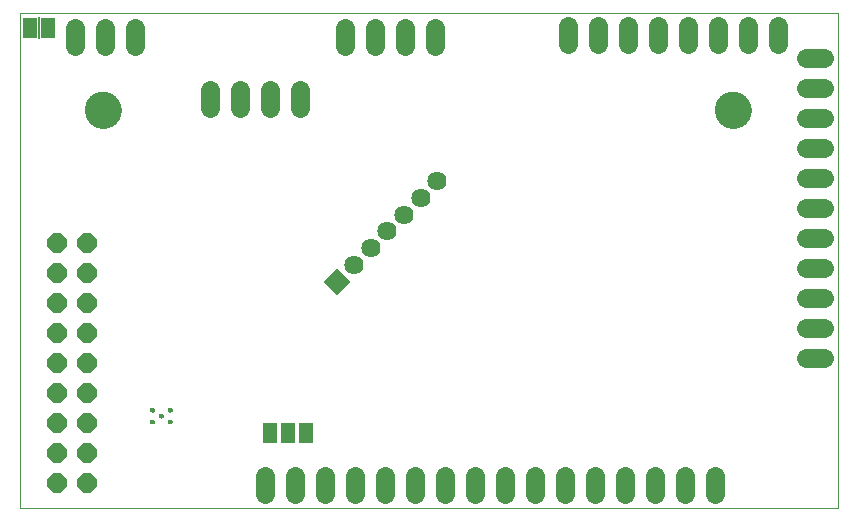
<source format=gbs>
G75*
%MOIN*%
%OFA0B0*%
%FSLAX25Y25*%
%IPPOS*%
%LPD*%
%AMOC8*
5,1,8,0,0,1.08239X$1,22.5*
%
%ADD10C,0.00000*%
%ADD11C,0.12211*%
%ADD12C,0.01581*%
%ADD13C,0.06400*%
%ADD14OC8,0.06400*%
%ADD15R,0.05000X0.06700*%
%ADD16R,0.00600X0.07200*%
%ADD17R,0.06400X0.06400*%
%ADD18C,0.06400*%
D10*
X0007378Y0003500D02*
X0007378Y0168500D01*
X0279878Y0168500D01*
X0279878Y0003500D01*
X0007378Y0003500D01*
X0050710Y0032156D02*
X0050712Y0032204D01*
X0050718Y0032252D01*
X0050728Y0032299D01*
X0050741Y0032345D01*
X0050759Y0032390D01*
X0050779Y0032434D01*
X0050804Y0032476D01*
X0050832Y0032515D01*
X0050862Y0032552D01*
X0050896Y0032586D01*
X0050933Y0032618D01*
X0050971Y0032647D01*
X0051012Y0032672D01*
X0051055Y0032694D01*
X0051100Y0032712D01*
X0051146Y0032726D01*
X0051193Y0032737D01*
X0051241Y0032744D01*
X0051289Y0032747D01*
X0051337Y0032746D01*
X0051385Y0032741D01*
X0051433Y0032732D01*
X0051479Y0032720D01*
X0051524Y0032703D01*
X0051568Y0032683D01*
X0051610Y0032660D01*
X0051650Y0032633D01*
X0051688Y0032603D01*
X0051723Y0032570D01*
X0051755Y0032534D01*
X0051785Y0032496D01*
X0051811Y0032455D01*
X0051833Y0032412D01*
X0051853Y0032368D01*
X0051868Y0032323D01*
X0051880Y0032276D01*
X0051888Y0032228D01*
X0051892Y0032180D01*
X0051892Y0032132D01*
X0051888Y0032084D01*
X0051880Y0032036D01*
X0051868Y0031989D01*
X0051853Y0031944D01*
X0051833Y0031900D01*
X0051811Y0031857D01*
X0051785Y0031816D01*
X0051755Y0031778D01*
X0051723Y0031742D01*
X0051688Y0031709D01*
X0051650Y0031679D01*
X0051610Y0031652D01*
X0051568Y0031629D01*
X0051524Y0031609D01*
X0051479Y0031592D01*
X0051433Y0031580D01*
X0051385Y0031571D01*
X0051337Y0031566D01*
X0051289Y0031565D01*
X0051241Y0031568D01*
X0051193Y0031575D01*
X0051146Y0031586D01*
X0051100Y0031600D01*
X0051055Y0031618D01*
X0051012Y0031640D01*
X0050971Y0031665D01*
X0050933Y0031694D01*
X0050896Y0031726D01*
X0050862Y0031760D01*
X0050832Y0031797D01*
X0050804Y0031836D01*
X0050779Y0031878D01*
X0050759Y0031922D01*
X0050741Y0031967D01*
X0050728Y0032013D01*
X0050718Y0032060D01*
X0050712Y0032108D01*
X0050710Y0032156D01*
X0053662Y0034125D02*
X0053664Y0034173D01*
X0053670Y0034221D01*
X0053680Y0034268D01*
X0053693Y0034314D01*
X0053711Y0034359D01*
X0053731Y0034403D01*
X0053756Y0034445D01*
X0053784Y0034484D01*
X0053814Y0034521D01*
X0053848Y0034555D01*
X0053885Y0034587D01*
X0053923Y0034616D01*
X0053964Y0034641D01*
X0054007Y0034663D01*
X0054052Y0034681D01*
X0054098Y0034695D01*
X0054145Y0034706D01*
X0054193Y0034713D01*
X0054241Y0034716D01*
X0054289Y0034715D01*
X0054337Y0034710D01*
X0054385Y0034701D01*
X0054431Y0034689D01*
X0054476Y0034672D01*
X0054520Y0034652D01*
X0054562Y0034629D01*
X0054602Y0034602D01*
X0054640Y0034572D01*
X0054675Y0034539D01*
X0054707Y0034503D01*
X0054737Y0034465D01*
X0054763Y0034424D01*
X0054785Y0034381D01*
X0054805Y0034337D01*
X0054820Y0034292D01*
X0054832Y0034245D01*
X0054840Y0034197D01*
X0054844Y0034149D01*
X0054844Y0034101D01*
X0054840Y0034053D01*
X0054832Y0034005D01*
X0054820Y0033958D01*
X0054805Y0033913D01*
X0054785Y0033869D01*
X0054763Y0033826D01*
X0054737Y0033785D01*
X0054707Y0033747D01*
X0054675Y0033711D01*
X0054640Y0033678D01*
X0054602Y0033648D01*
X0054562Y0033621D01*
X0054520Y0033598D01*
X0054476Y0033578D01*
X0054431Y0033561D01*
X0054385Y0033549D01*
X0054337Y0033540D01*
X0054289Y0033535D01*
X0054241Y0033534D01*
X0054193Y0033537D01*
X0054145Y0033544D01*
X0054098Y0033555D01*
X0054052Y0033569D01*
X0054007Y0033587D01*
X0053964Y0033609D01*
X0053923Y0033634D01*
X0053885Y0033663D01*
X0053848Y0033695D01*
X0053814Y0033729D01*
X0053784Y0033766D01*
X0053756Y0033805D01*
X0053731Y0033847D01*
X0053711Y0033891D01*
X0053693Y0033936D01*
X0053680Y0033982D01*
X0053670Y0034029D01*
X0053664Y0034077D01*
X0053662Y0034125D01*
X0050710Y0036094D02*
X0050712Y0036142D01*
X0050718Y0036190D01*
X0050728Y0036237D01*
X0050741Y0036283D01*
X0050759Y0036328D01*
X0050779Y0036372D01*
X0050804Y0036414D01*
X0050832Y0036453D01*
X0050862Y0036490D01*
X0050896Y0036524D01*
X0050933Y0036556D01*
X0050971Y0036585D01*
X0051012Y0036610D01*
X0051055Y0036632D01*
X0051100Y0036650D01*
X0051146Y0036664D01*
X0051193Y0036675D01*
X0051241Y0036682D01*
X0051289Y0036685D01*
X0051337Y0036684D01*
X0051385Y0036679D01*
X0051433Y0036670D01*
X0051479Y0036658D01*
X0051524Y0036641D01*
X0051568Y0036621D01*
X0051610Y0036598D01*
X0051650Y0036571D01*
X0051688Y0036541D01*
X0051723Y0036508D01*
X0051755Y0036472D01*
X0051785Y0036434D01*
X0051811Y0036393D01*
X0051833Y0036350D01*
X0051853Y0036306D01*
X0051868Y0036261D01*
X0051880Y0036214D01*
X0051888Y0036166D01*
X0051892Y0036118D01*
X0051892Y0036070D01*
X0051888Y0036022D01*
X0051880Y0035974D01*
X0051868Y0035927D01*
X0051853Y0035882D01*
X0051833Y0035838D01*
X0051811Y0035795D01*
X0051785Y0035754D01*
X0051755Y0035716D01*
X0051723Y0035680D01*
X0051688Y0035647D01*
X0051650Y0035617D01*
X0051610Y0035590D01*
X0051568Y0035567D01*
X0051524Y0035547D01*
X0051479Y0035530D01*
X0051433Y0035518D01*
X0051385Y0035509D01*
X0051337Y0035504D01*
X0051289Y0035503D01*
X0051241Y0035506D01*
X0051193Y0035513D01*
X0051146Y0035524D01*
X0051100Y0035538D01*
X0051055Y0035556D01*
X0051012Y0035578D01*
X0050971Y0035603D01*
X0050933Y0035632D01*
X0050896Y0035664D01*
X0050862Y0035698D01*
X0050832Y0035735D01*
X0050804Y0035774D01*
X0050779Y0035816D01*
X0050759Y0035860D01*
X0050741Y0035905D01*
X0050728Y0035951D01*
X0050718Y0035998D01*
X0050712Y0036046D01*
X0050710Y0036094D01*
X0056615Y0036094D02*
X0056617Y0036142D01*
X0056623Y0036190D01*
X0056633Y0036237D01*
X0056646Y0036283D01*
X0056664Y0036328D01*
X0056684Y0036372D01*
X0056709Y0036414D01*
X0056737Y0036453D01*
X0056767Y0036490D01*
X0056801Y0036524D01*
X0056838Y0036556D01*
X0056876Y0036585D01*
X0056917Y0036610D01*
X0056960Y0036632D01*
X0057005Y0036650D01*
X0057051Y0036664D01*
X0057098Y0036675D01*
X0057146Y0036682D01*
X0057194Y0036685D01*
X0057242Y0036684D01*
X0057290Y0036679D01*
X0057338Y0036670D01*
X0057384Y0036658D01*
X0057429Y0036641D01*
X0057473Y0036621D01*
X0057515Y0036598D01*
X0057555Y0036571D01*
X0057593Y0036541D01*
X0057628Y0036508D01*
X0057660Y0036472D01*
X0057690Y0036434D01*
X0057716Y0036393D01*
X0057738Y0036350D01*
X0057758Y0036306D01*
X0057773Y0036261D01*
X0057785Y0036214D01*
X0057793Y0036166D01*
X0057797Y0036118D01*
X0057797Y0036070D01*
X0057793Y0036022D01*
X0057785Y0035974D01*
X0057773Y0035927D01*
X0057758Y0035882D01*
X0057738Y0035838D01*
X0057716Y0035795D01*
X0057690Y0035754D01*
X0057660Y0035716D01*
X0057628Y0035680D01*
X0057593Y0035647D01*
X0057555Y0035617D01*
X0057515Y0035590D01*
X0057473Y0035567D01*
X0057429Y0035547D01*
X0057384Y0035530D01*
X0057338Y0035518D01*
X0057290Y0035509D01*
X0057242Y0035504D01*
X0057194Y0035503D01*
X0057146Y0035506D01*
X0057098Y0035513D01*
X0057051Y0035524D01*
X0057005Y0035538D01*
X0056960Y0035556D01*
X0056917Y0035578D01*
X0056876Y0035603D01*
X0056838Y0035632D01*
X0056801Y0035664D01*
X0056767Y0035698D01*
X0056737Y0035735D01*
X0056709Y0035774D01*
X0056684Y0035816D01*
X0056664Y0035860D01*
X0056646Y0035905D01*
X0056633Y0035951D01*
X0056623Y0035998D01*
X0056617Y0036046D01*
X0056615Y0036094D01*
X0056615Y0032156D02*
X0056617Y0032204D01*
X0056623Y0032252D01*
X0056633Y0032299D01*
X0056646Y0032345D01*
X0056664Y0032390D01*
X0056684Y0032434D01*
X0056709Y0032476D01*
X0056737Y0032515D01*
X0056767Y0032552D01*
X0056801Y0032586D01*
X0056838Y0032618D01*
X0056876Y0032647D01*
X0056917Y0032672D01*
X0056960Y0032694D01*
X0057005Y0032712D01*
X0057051Y0032726D01*
X0057098Y0032737D01*
X0057146Y0032744D01*
X0057194Y0032747D01*
X0057242Y0032746D01*
X0057290Y0032741D01*
X0057338Y0032732D01*
X0057384Y0032720D01*
X0057429Y0032703D01*
X0057473Y0032683D01*
X0057515Y0032660D01*
X0057555Y0032633D01*
X0057593Y0032603D01*
X0057628Y0032570D01*
X0057660Y0032534D01*
X0057690Y0032496D01*
X0057716Y0032455D01*
X0057738Y0032412D01*
X0057758Y0032368D01*
X0057773Y0032323D01*
X0057785Y0032276D01*
X0057793Y0032228D01*
X0057797Y0032180D01*
X0057797Y0032132D01*
X0057793Y0032084D01*
X0057785Y0032036D01*
X0057773Y0031989D01*
X0057758Y0031944D01*
X0057738Y0031900D01*
X0057716Y0031857D01*
X0057690Y0031816D01*
X0057660Y0031778D01*
X0057628Y0031742D01*
X0057593Y0031709D01*
X0057555Y0031679D01*
X0057515Y0031652D01*
X0057473Y0031629D01*
X0057429Y0031609D01*
X0057384Y0031592D01*
X0057338Y0031580D01*
X0057290Y0031571D01*
X0057242Y0031566D01*
X0057194Y0031565D01*
X0057146Y0031568D01*
X0057098Y0031575D01*
X0057051Y0031586D01*
X0057005Y0031600D01*
X0056960Y0031618D01*
X0056917Y0031640D01*
X0056876Y0031665D01*
X0056838Y0031694D01*
X0056801Y0031726D01*
X0056767Y0031760D01*
X0056737Y0031797D01*
X0056709Y0031836D01*
X0056684Y0031878D01*
X0056664Y0031922D01*
X0056646Y0031967D01*
X0056633Y0032013D01*
X0056623Y0032060D01*
X0056617Y0032108D01*
X0056615Y0032156D01*
X0028972Y0136000D02*
X0028974Y0136153D01*
X0028980Y0136307D01*
X0028990Y0136460D01*
X0029004Y0136612D01*
X0029022Y0136765D01*
X0029044Y0136916D01*
X0029069Y0137067D01*
X0029099Y0137218D01*
X0029133Y0137368D01*
X0029170Y0137516D01*
X0029211Y0137664D01*
X0029256Y0137810D01*
X0029305Y0137956D01*
X0029358Y0138100D01*
X0029414Y0138242D01*
X0029474Y0138383D01*
X0029538Y0138523D01*
X0029605Y0138661D01*
X0029676Y0138797D01*
X0029751Y0138931D01*
X0029828Y0139063D01*
X0029910Y0139193D01*
X0029994Y0139321D01*
X0030082Y0139447D01*
X0030173Y0139570D01*
X0030267Y0139691D01*
X0030365Y0139809D01*
X0030465Y0139925D01*
X0030569Y0140038D01*
X0030675Y0140149D01*
X0030784Y0140257D01*
X0030896Y0140362D01*
X0031010Y0140463D01*
X0031128Y0140562D01*
X0031247Y0140658D01*
X0031369Y0140751D01*
X0031494Y0140840D01*
X0031621Y0140927D01*
X0031750Y0141009D01*
X0031881Y0141089D01*
X0032014Y0141165D01*
X0032149Y0141238D01*
X0032286Y0141307D01*
X0032425Y0141372D01*
X0032565Y0141434D01*
X0032707Y0141492D01*
X0032850Y0141547D01*
X0032995Y0141598D01*
X0033141Y0141645D01*
X0033288Y0141688D01*
X0033436Y0141727D01*
X0033585Y0141763D01*
X0033735Y0141794D01*
X0033886Y0141822D01*
X0034037Y0141846D01*
X0034190Y0141866D01*
X0034342Y0141882D01*
X0034495Y0141894D01*
X0034648Y0141902D01*
X0034801Y0141906D01*
X0034955Y0141906D01*
X0035108Y0141902D01*
X0035261Y0141894D01*
X0035414Y0141882D01*
X0035566Y0141866D01*
X0035719Y0141846D01*
X0035870Y0141822D01*
X0036021Y0141794D01*
X0036171Y0141763D01*
X0036320Y0141727D01*
X0036468Y0141688D01*
X0036615Y0141645D01*
X0036761Y0141598D01*
X0036906Y0141547D01*
X0037049Y0141492D01*
X0037191Y0141434D01*
X0037331Y0141372D01*
X0037470Y0141307D01*
X0037607Y0141238D01*
X0037742Y0141165D01*
X0037875Y0141089D01*
X0038006Y0141009D01*
X0038135Y0140927D01*
X0038262Y0140840D01*
X0038387Y0140751D01*
X0038509Y0140658D01*
X0038628Y0140562D01*
X0038746Y0140463D01*
X0038860Y0140362D01*
X0038972Y0140257D01*
X0039081Y0140149D01*
X0039187Y0140038D01*
X0039291Y0139925D01*
X0039391Y0139809D01*
X0039489Y0139691D01*
X0039583Y0139570D01*
X0039674Y0139447D01*
X0039762Y0139321D01*
X0039846Y0139193D01*
X0039928Y0139063D01*
X0040005Y0138931D01*
X0040080Y0138797D01*
X0040151Y0138661D01*
X0040218Y0138523D01*
X0040282Y0138383D01*
X0040342Y0138242D01*
X0040398Y0138100D01*
X0040451Y0137956D01*
X0040500Y0137810D01*
X0040545Y0137664D01*
X0040586Y0137516D01*
X0040623Y0137368D01*
X0040657Y0137218D01*
X0040687Y0137067D01*
X0040712Y0136916D01*
X0040734Y0136765D01*
X0040752Y0136612D01*
X0040766Y0136460D01*
X0040776Y0136307D01*
X0040782Y0136153D01*
X0040784Y0136000D01*
X0040782Y0135847D01*
X0040776Y0135693D01*
X0040766Y0135540D01*
X0040752Y0135388D01*
X0040734Y0135235D01*
X0040712Y0135084D01*
X0040687Y0134933D01*
X0040657Y0134782D01*
X0040623Y0134632D01*
X0040586Y0134484D01*
X0040545Y0134336D01*
X0040500Y0134190D01*
X0040451Y0134044D01*
X0040398Y0133900D01*
X0040342Y0133758D01*
X0040282Y0133617D01*
X0040218Y0133477D01*
X0040151Y0133339D01*
X0040080Y0133203D01*
X0040005Y0133069D01*
X0039928Y0132937D01*
X0039846Y0132807D01*
X0039762Y0132679D01*
X0039674Y0132553D01*
X0039583Y0132430D01*
X0039489Y0132309D01*
X0039391Y0132191D01*
X0039291Y0132075D01*
X0039187Y0131962D01*
X0039081Y0131851D01*
X0038972Y0131743D01*
X0038860Y0131638D01*
X0038746Y0131537D01*
X0038628Y0131438D01*
X0038509Y0131342D01*
X0038387Y0131249D01*
X0038262Y0131160D01*
X0038135Y0131073D01*
X0038006Y0130991D01*
X0037875Y0130911D01*
X0037742Y0130835D01*
X0037607Y0130762D01*
X0037470Y0130693D01*
X0037331Y0130628D01*
X0037191Y0130566D01*
X0037049Y0130508D01*
X0036906Y0130453D01*
X0036761Y0130402D01*
X0036615Y0130355D01*
X0036468Y0130312D01*
X0036320Y0130273D01*
X0036171Y0130237D01*
X0036021Y0130206D01*
X0035870Y0130178D01*
X0035719Y0130154D01*
X0035566Y0130134D01*
X0035414Y0130118D01*
X0035261Y0130106D01*
X0035108Y0130098D01*
X0034955Y0130094D01*
X0034801Y0130094D01*
X0034648Y0130098D01*
X0034495Y0130106D01*
X0034342Y0130118D01*
X0034190Y0130134D01*
X0034037Y0130154D01*
X0033886Y0130178D01*
X0033735Y0130206D01*
X0033585Y0130237D01*
X0033436Y0130273D01*
X0033288Y0130312D01*
X0033141Y0130355D01*
X0032995Y0130402D01*
X0032850Y0130453D01*
X0032707Y0130508D01*
X0032565Y0130566D01*
X0032425Y0130628D01*
X0032286Y0130693D01*
X0032149Y0130762D01*
X0032014Y0130835D01*
X0031881Y0130911D01*
X0031750Y0130991D01*
X0031621Y0131073D01*
X0031494Y0131160D01*
X0031369Y0131249D01*
X0031247Y0131342D01*
X0031128Y0131438D01*
X0031010Y0131537D01*
X0030896Y0131638D01*
X0030784Y0131743D01*
X0030675Y0131851D01*
X0030569Y0131962D01*
X0030465Y0132075D01*
X0030365Y0132191D01*
X0030267Y0132309D01*
X0030173Y0132430D01*
X0030082Y0132553D01*
X0029994Y0132679D01*
X0029910Y0132807D01*
X0029828Y0132937D01*
X0029751Y0133069D01*
X0029676Y0133203D01*
X0029605Y0133339D01*
X0029538Y0133477D01*
X0029474Y0133617D01*
X0029414Y0133758D01*
X0029358Y0133900D01*
X0029305Y0134044D01*
X0029256Y0134190D01*
X0029211Y0134336D01*
X0029170Y0134484D01*
X0029133Y0134632D01*
X0029099Y0134782D01*
X0029069Y0134933D01*
X0029044Y0135084D01*
X0029022Y0135235D01*
X0029004Y0135388D01*
X0028990Y0135540D01*
X0028980Y0135693D01*
X0028974Y0135847D01*
X0028972Y0136000D01*
X0238972Y0136000D02*
X0238974Y0136153D01*
X0238980Y0136307D01*
X0238990Y0136460D01*
X0239004Y0136612D01*
X0239022Y0136765D01*
X0239044Y0136916D01*
X0239069Y0137067D01*
X0239099Y0137218D01*
X0239133Y0137368D01*
X0239170Y0137516D01*
X0239211Y0137664D01*
X0239256Y0137810D01*
X0239305Y0137956D01*
X0239358Y0138100D01*
X0239414Y0138242D01*
X0239474Y0138383D01*
X0239538Y0138523D01*
X0239605Y0138661D01*
X0239676Y0138797D01*
X0239751Y0138931D01*
X0239828Y0139063D01*
X0239910Y0139193D01*
X0239994Y0139321D01*
X0240082Y0139447D01*
X0240173Y0139570D01*
X0240267Y0139691D01*
X0240365Y0139809D01*
X0240465Y0139925D01*
X0240569Y0140038D01*
X0240675Y0140149D01*
X0240784Y0140257D01*
X0240896Y0140362D01*
X0241010Y0140463D01*
X0241128Y0140562D01*
X0241247Y0140658D01*
X0241369Y0140751D01*
X0241494Y0140840D01*
X0241621Y0140927D01*
X0241750Y0141009D01*
X0241881Y0141089D01*
X0242014Y0141165D01*
X0242149Y0141238D01*
X0242286Y0141307D01*
X0242425Y0141372D01*
X0242565Y0141434D01*
X0242707Y0141492D01*
X0242850Y0141547D01*
X0242995Y0141598D01*
X0243141Y0141645D01*
X0243288Y0141688D01*
X0243436Y0141727D01*
X0243585Y0141763D01*
X0243735Y0141794D01*
X0243886Y0141822D01*
X0244037Y0141846D01*
X0244190Y0141866D01*
X0244342Y0141882D01*
X0244495Y0141894D01*
X0244648Y0141902D01*
X0244801Y0141906D01*
X0244955Y0141906D01*
X0245108Y0141902D01*
X0245261Y0141894D01*
X0245414Y0141882D01*
X0245566Y0141866D01*
X0245719Y0141846D01*
X0245870Y0141822D01*
X0246021Y0141794D01*
X0246171Y0141763D01*
X0246320Y0141727D01*
X0246468Y0141688D01*
X0246615Y0141645D01*
X0246761Y0141598D01*
X0246906Y0141547D01*
X0247049Y0141492D01*
X0247191Y0141434D01*
X0247331Y0141372D01*
X0247470Y0141307D01*
X0247607Y0141238D01*
X0247742Y0141165D01*
X0247875Y0141089D01*
X0248006Y0141009D01*
X0248135Y0140927D01*
X0248262Y0140840D01*
X0248387Y0140751D01*
X0248509Y0140658D01*
X0248628Y0140562D01*
X0248746Y0140463D01*
X0248860Y0140362D01*
X0248972Y0140257D01*
X0249081Y0140149D01*
X0249187Y0140038D01*
X0249291Y0139925D01*
X0249391Y0139809D01*
X0249489Y0139691D01*
X0249583Y0139570D01*
X0249674Y0139447D01*
X0249762Y0139321D01*
X0249846Y0139193D01*
X0249928Y0139063D01*
X0250005Y0138931D01*
X0250080Y0138797D01*
X0250151Y0138661D01*
X0250218Y0138523D01*
X0250282Y0138383D01*
X0250342Y0138242D01*
X0250398Y0138100D01*
X0250451Y0137956D01*
X0250500Y0137810D01*
X0250545Y0137664D01*
X0250586Y0137516D01*
X0250623Y0137368D01*
X0250657Y0137218D01*
X0250687Y0137067D01*
X0250712Y0136916D01*
X0250734Y0136765D01*
X0250752Y0136612D01*
X0250766Y0136460D01*
X0250776Y0136307D01*
X0250782Y0136153D01*
X0250784Y0136000D01*
X0250782Y0135847D01*
X0250776Y0135693D01*
X0250766Y0135540D01*
X0250752Y0135388D01*
X0250734Y0135235D01*
X0250712Y0135084D01*
X0250687Y0134933D01*
X0250657Y0134782D01*
X0250623Y0134632D01*
X0250586Y0134484D01*
X0250545Y0134336D01*
X0250500Y0134190D01*
X0250451Y0134044D01*
X0250398Y0133900D01*
X0250342Y0133758D01*
X0250282Y0133617D01*
X0250218Y0133477D01*
X0250151Y0133339D01*
X0250080Y0133203D01*
X0250005Y0133069D01*
X0249928Y0132937D01*
X0249846Y0132807D01*
X0249762Y0132679D01*
X0249674Y0132553D01*
X0249583Y0132430D01*
X0249489Y0132309D01*
X0249391Y0132191D01*
X0249291Y0132075D01*
X0249187Y0131962D01*
X0249081Y0131851D01*
X0248972Y0131743D01*
X0248860Y0131638D01*
X0248746Y0131537D01*
X0248628Y0131438D01*
X0248509Y0131342D01*
X0248387Y0131249D01*
X0248262Y0131160D01*
X0248135Y0131073D01*
X0248006Y0130991D01*
X0247875Y0130911D01*
X0247742Y0130835D01*
X0247607Y0130762D01*
X0247470Y0130693D01*
X0247331Y0130628D01*
X0247191Y0130566D01*
X0247049Y0130508D01*
X0246906Y0130453D01*
X0246761Y0130402D01*
X0246615Y0130355D01*
X0246468Y0130312D01*
X0246320Y0130273D01*
X0246171Y0130237D01*
X0246021Y0130206D01*
X0245870Y0130178D01*
X0245719Y0130154D01*
X0245566Y0130134D01*
X0245414Y0130118D01*
X0245261Y0130106D01*
X0245108Y0130098D01*
X0244955Y0130094D01*
X0244801Y0130094D01*
X0244648Y0130098D01*
X0244495Y0130106D01*
X0244342Y0130118D01*
X0244190Y0130134D01*
X0244037Y0130154D01*
X0243886Y0130178D01*
X0243735Y0130206D01*
X0243585Y0130237D01*
X0243436Y0130273D01*
X0243288Y0130312D01*
X0243141Y0130355D01*
X0242995Y0130402D01*
X0242850Y0130453D01*
X0242707Y0130508D01*
X0242565Y0130566D01*
X0242425Y0130628D01*
X0242286Y0130693D01*
X0242149Y0130762D01*
X0242014Y0130835D01*
X0241881Y0130911D01*
X0241750Y0130991D01*
X0241621Y0131073D01*
X0241494Y0131160D01*
X0241369Y0131249D01*
X0241247Y0131342D01*
X0241128Y0131438D01*
X0241010Y0131537D01*
X0240896Y0131638D01*
X0240784Y0131743D01*
X0240675Y0131851D01*
X0240569Y0131962D01*
X0240465Y0132075D01*
X0240365Y0132191D01*
X0240267Y0132309D01*
X0240173Y0132430D01*
X0240082Y0132553D01*
X0239994Y0132679D01*
X0239910Y0132807D01*
X0239828Y0132937D01*
X0239751Y0133069D01*
X0239676Y0133203D01*
X0239605Y0133339D01*
X0239538Y0133477D01*
X0239474Y0133617D01*
X0239414Y0133758D01*
X0239358Y0133900D01*
X0239305Y0134044D01*
X0239256Y0134190D01*
X0239211Y0134336D01*
X0239170Y0134484D01*
X0239133Y0134632D01*
X0239099Y0134782D01*
X0239069Y0134933D01*
X0239044Y0135084D01*
X0239022Y0135235D01*
X0239004Y0135388D01*
X0238990Y0135540D01*
X0238980Y0135693D01*
X0238974Y0135847D01*
X0238972Y0136000D01*
D11*
X0244878Y0136000D03*
X0034878Y0136000D03*
D12*
X0051301Y0036094D03*
X0054253Y0034125D03*
X0051301Y0032156D03*
X0057206Y0032156D03*
X0057206Y0036094D03*
D13*
X0088978Y0013900D02*
X0088978Y0007900D01*
X0098978Y0007900D02*
X0098978Y0013900D01*
X0108978Y0013900D02*
X0108978Y0007900D01*
X0118978Y0007900D02*
X0118978Y0013900D01*
X0128978Y0013900D02*
X0128978Y0007900D01*
X0138978Y0007900D02*
X0138978Y0013900D01*
X0148978Y0013900D02*
X0148978Y0007900D01*
X0158978Y0007900D02*
X0158978Y0013900D01*
X0168978Y0014000D02*
X0168978Y0008000D01*
X0178978Y0008000D02*
X0178978Y0014000D01*
X0188978Y0014000D02*
X0188978Y0008000D01*
X0198978Y0008000D02*
X0198978Y0014000D01*
X0208978Y0014000D02*
X0208978Y0008000D01*
X0218978Y0008000D02*
X0218978Y0014000D01*
X0228978Y0014000D02*
X0228978Y0008000D01*
X0238978Y0008000D02*
X0238978Y0014000D01*
X0269378Y0053500D02*
X0275378Y0053500D01*
X0275378Y0063500D02*
X0269378Y0063500D01*
X0269378Y0073500D02*
X0275378Y0073500D01*
X0275378Y0083500D02*
X0269378Y0083500D01*
X0269378Y0093500D02*
X0275378Y0093500D01*
X0275378Y0103500D02*
X0269378Y0103500D01*
X0269378Y0113500D02*
X0275378Y0113500D01*
X0275378Y0123500D02*
X0269378Y0123500D01*
X0269378Y0133500D02*
X0275378Y0133500D01*
X0275378Y0143500D02*
X0269378Y0143500D01*
X0269378Y0153500D02*
X0275378Y0153500D01*
X0259878Y0158000D02*
X0259878Y0164000D01*
X0249878Y0164000D02*
X0249878Y0158000D01*
X0239878Y0158000D02*
X0239878Y0164000D01*
X0229878Y0164000D02*
X0229878Y0158000D01*
X0219878Y0158000D02*
X0219878Y0164000D01*
X0209878Y0164000D02*
X0209878Y0158000D01*
X0199878Y0158000D02*
X0199878Y0164000D01*
X0189878Y0164000D02*
X0189878Y0158000D01*
X0145678Y0157475D02*
X0145678Y0163475D01*
X0135678Y0163475D02*
X0135678Y0157475D01*
X0125678Y0157475D02*
X0125678Y0163475D01*
X0115678Y0163475D02*
X0115678Y0157475D01*
X0100503Y0142750D02*
X0100503Y0136750D01*
X0090503Y0136750D02*
X0090503Y0142750D01*
X0080503Y0142750D02*
X0080503Y0136750D01*
X0070503Y0136750D02*
X0070503Y0142750D01*
X0045678Y0157475D02*
X0045678Y0163475D01*
X0035678Y0163475D02*
X0035678Y0157475D01*
X0025678Y0157475D02*
X0025678Y0163475D01*
D14*
X0029478Y0091700D03*
X0019478Y0091700D03*
X0019478Y0081700D03*
X0029478Y0081700D03*
X0029553Y0071625D03*
X0019553Y0071625D03*
X0019553Y0061625D03*
X0029553Y0061625D03*
X0029553Y0051625D03*
X0019553Y0051625D03*
X0019553Y0041625D03*
X0029553Y0041625D03*
X0029553Y0031625D03*
X0019553Y0031625D03*
X0019553Y0021625D03*
X0029553Y0021625D03*
X0029553Y0011625D03*
X0019553Y0011625D03*
D15*
X0090678Y0028400D03*
X0096678Y0028400D03*
X0102678Y0028400D03*
X0016628Y0163500D03*
X0010628Y0163500D03*
D16*
X0013628Y0163500D03*
D17*
G36*
X0112953Y0083375D02*
X0117478Y0078850D01*
X0112953Y0074325D01*
X0108428Y0078850D01*
X0112953Y0083375D01*
G37*
D18*
X0118521Y0084418D03*
X0124089Y0089986D03*
X0129657Y0095553D03*
X0135224Y0101121D03*
X0140792Y0106689D03*
X0146360Y0112257D03*
M02*

</source>
